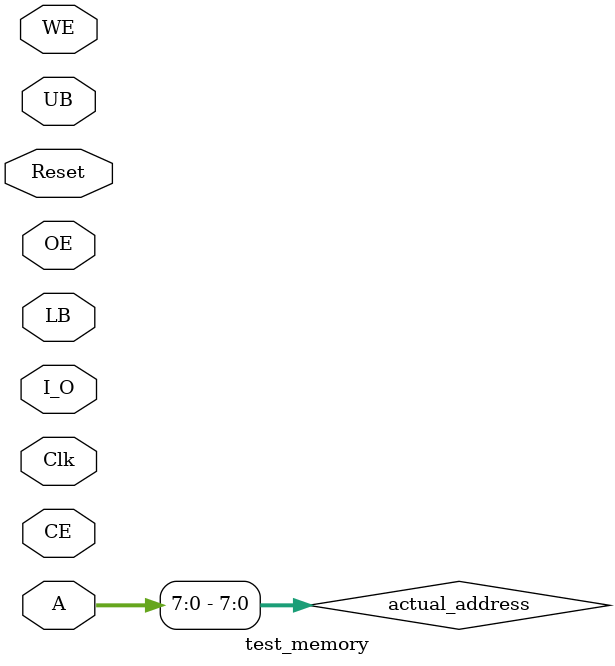
<source format=sv>


module test_memory ( input          Clk,
                     input          Reset, // Active-high reset!
                     inout  [15:0]  I_O,   // Data
                     input  [19:0]  A,     // Address
                     input          CE,    // Chip enable
                                    UB,    // Upper byte enable
                                    LB,    // Lower byte enable
                                    OE,    // Output (read) enable
                                    WE     // Write enable
);

    parameter size          = 256; // expand memory as needed (currently it is 256 words)
    parameter init_external = 0;   // If init external is 0, it means you want to parse the memory_contents.sv file, otherwise you are providing a parsed .dat file

    integer ptr;
    integer x;

    logic [15:0] mem_array [0:size-1];
    logic [15:0] mem_out;
    logic [15:0] I_O_wire;
    logic [7:0] actual_address;
    assign actual_address = A[7:0];
    // A[7:0] is because size = 256, so we only use the lower 8 bits of the address.
    // It should be changed accordingly if size is modified.

    // Requires memory_contents.sv
    memory_parser #(.size(size)) parser();

// synthesis translate_off
// This line turns off Quartus' synthesis tool because test memory is NOT synthesizable.

    initial begin
        parser.memory_contents(mem_array);
      
        // Parse into machine code and write into file
        if (~init_external) begin
            ptr = $fopen("memory_contents.dat", "w");
            
            for (integer x = 0; x < size; x++) begin
                $fwrite(ptr, "@%0h %0h\n", x, mem_array[x]);
            end
            
            $fclose(ptr);
        end

        $readmemh("memory_contents.dat", mem_array, 0, size-1);
    end
    
    // Memory read logic
    always_ff @ (negedge Clk)
    begin
        mem_out <= mem_array[actual_address]; // Read a specific memory cell. 
        // Flip-flop with negedge Clk is used to simulate the 10ns access time.
        // (Assuming address changes at rising clock edge)
    end
    always_comb
    begin
        // By default, do not drive the IO bus
        I_O_wire = 16'bZZZZZZZZZZZZZZZZ;
        
        // Drvie the IO bus when chip select and read enable are active, and write enable is inactive
        if (~CE && ~OE && WE) begin
            if (~UB)
                I_O_wire[15:8] = mem_out[15:8]; // Read upper byte
            
            if (~LB)
                I_O_wire[7:0] = mem_out[7:0];   // Read lower byte
        end
    end

    // Memory write logic
    always_ff @ (posedge Clk or posedge Reset)
    begin
        // By default, mem_array holds its values.

        // If Reset is high, set the mem_array to initial memory contents.
        if(Reset) begin
            $readmemh("memory_contents.dat", mem_array, 0, size-1);
        end
        else if (~CE && ~WE) // Write to memory if chip select and write enable are active
        begin
            if(~UB)
                mem_array[actual_address][15:8] <= I_O[15:8]; // Write upper byte
            if(~LB)
                mem_array[actual_address][7:0] <= I_O[7:0];   // Write lower byte
        end

    end

    assign I_O = I_O_wire;

// synthesis translate_on
endmodule
</source>
